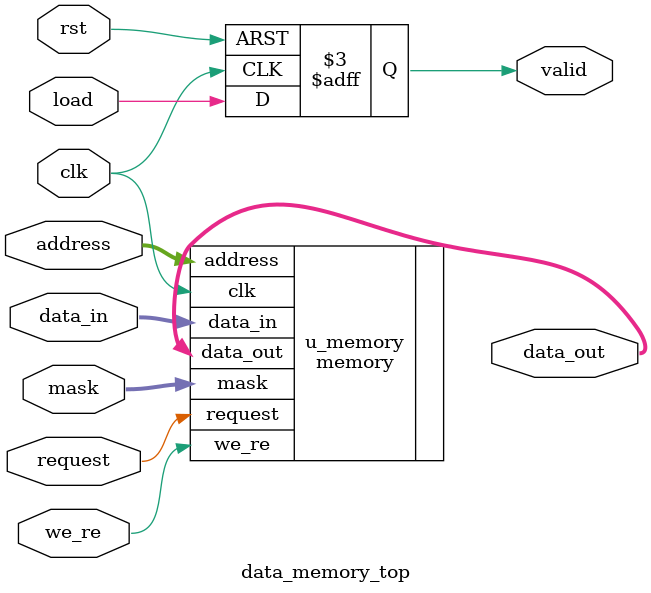
<source format=sv>
module data_memory_top #(
    parameter INIT_MEM = 0
)(
    input wire clk,
    input wire rst,
    input wire we_re,
    input wire request,
    input wire load,
    input wire [3:0]  mask,
    input wire [7:0]  address,
    input wire [31:0] data_in,

    output reg valid,
    output wire [31:0] data_out
    );

    always @(posedge clk or negedge rst ) begin
        if(!rst)begin
            valid <= 0;
        end
        else begin
            valid <= load;
        end
    end

    memory #(
      .INIT_MEM(INIT_MEM)
    )u_memory(
        .clk(clk),
        .we_re(we_re),
        .request(request),
        .mask(mask),
        .address(address),
        .data_in(data_in),
        .data_out(data_out)
    );
endmodule
</source>
